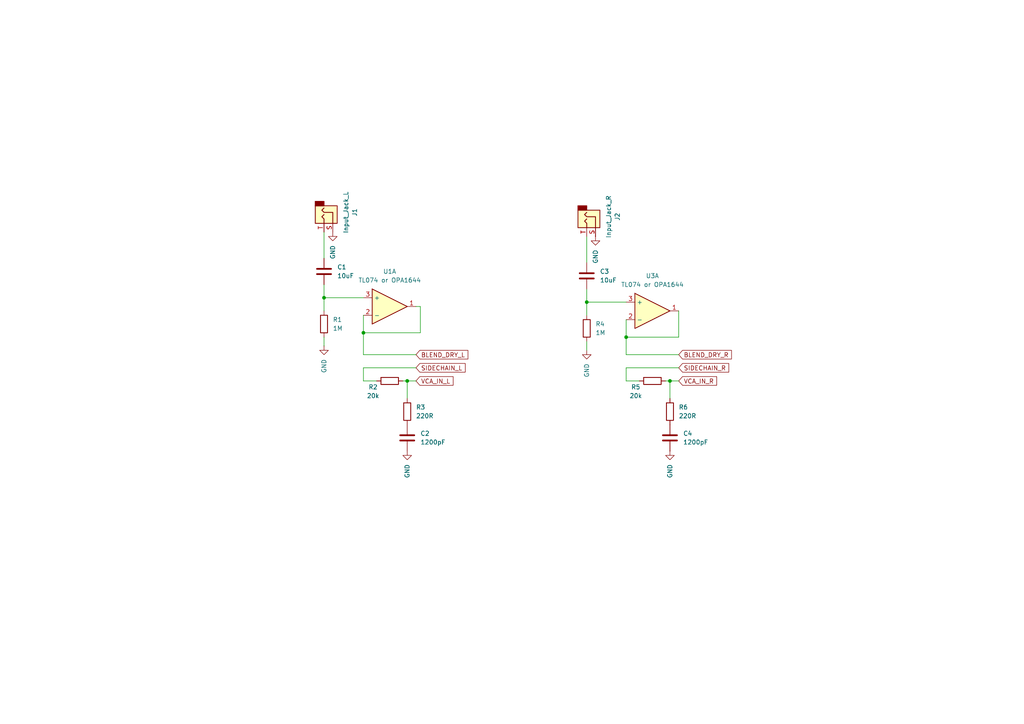
<source format=kicad_sch>
(kicad_sch (version 20250114) (generator "eeschema") (generator_version "9.0")
  (paper "A4")
  (title_block (title "AI-Designed-Stereo-Compressor-Preamp") (comment 1 "Input Buffer and V/I Converter (SSI2164 Input)"))
  (lib_symbols
    (symbol "Connector_Audio:AudioJack2"
      (property "Reference" "J" (at 0 8.89 0))
      (property "Value" "AudioJack2" (at 0 6.35 0))
      (symbol "AudioJack2_0_1"
        (rectangle (start -3.81 0) (end -2.54 -2.54) (stroke (width 0.254)) (fill (type outline)))
        (rectangle (start -2.54 3.81) (end 2.54 -2.54) (stroke (width 0.254)) (fill (type background)))
        (polyline (pts (xy 0 0) (xy 0.635 -0.635) (xy 1.27 0) (xy 2.54 0)) (stroke (width 0.254)))
        (polyline (pts (xy 2.54 2.54) (xy -0.635 2.54) (xy -0.635 0) (xy -1.27 -0.635) (xy -1.905 0)) (stroke (width 0.254)))
      )
      (symbol "AudioJack2_1_1"
        (pin passive line (at 5.08 2.54 180) (length 2.54) (name "~") (number "S"))
        (pin passive line (at 5.08 0 180) (length 2.54) (name "~") (number "T"))
      )
    )
    (symbol "Device:C" (pin_numbers (hide yes)) (pin_names (offset 0.254))
      (property "Reference" "C" (at 0.635 2.54 0))
      (property "Value" "C" (at 0.635 -2.54 0))
      (symbol "C_0_1"
        (polyline (pts (xy -2.032 0.762) (xy 2.032 0.762)) (stroke (width 0.508)))
        (polyline (pts (xy -2.032 -0.762) (xy 2.032 -0.762)) (stroke (width 0.508)))
      )
      (symbol "C_1_1"
        (pin passive line (at 0 3.81 270) (length 2.794) (name "~") (number "1"))
        (pin passive line (at 0 -3.81 90) (length 2.794) (name "~") (number "2"))
      )
    )
    (symbol "Device:Opamp_Quad"
      (property "Reference" "U" (at 0 5.08 0))
      (property "Value" "Opamp_Quad" (at 0 -5.08 0))
      (symbol "Opamp_Quad_1_1"
        (polyline (pts (xy -5.08 5.08) (xy 5.08 0) (xy -5.08 -5.08) (xy -5.08 5.08)) (stroke (width 0.254)) (fill (type background)))
        (pin input line (at -7.62 2.54 0) (length 2.54) (name "+") (number "3"))
        (pin input line (at -7.62 -2.54 0) (length 2.54) (name "-") (number "2"))
        (pin output line (at 7.62 0 180) (length 2.54) (name "~") (number "1"))
      )
      (symbol "Opamp_Quad_2_1"
        (polyline (pts (xy -5.08 5.08) (xy 5.08 0) (xy -5.08 -5.08) (xy -5.08 5.08)) (stroke (width 0.254)) (fill (type background)))
        (pin input line (at -7.62 2.54 0) (length 2.54) (name "+") (number "5"))
        (pin input line (at -7.62 -2.54 0) (length 2.54) (name "-") (number "6"))
        (pin output line (at 7.62 0 180) (length 2.54) (name "~") (number "7"))
      )
      (symbol "Opamp_Quad_3_1"
        (polyline (pts (xy -5.08 5.08) (xy 5.08 0) (xy -5.08 -5.08) (xy -5.08 5.08)) (stroke (width 0.254)) (fill (type background)))
        (pin input line (at -7.62 2.54 0) (length 2.54) (name "+") (number "10"))
        (pin input line (at -7.62 -2.54 0) (length 2.54) (name "-") (number "9"))
        (pin output line (at 7.62 0 180) (length 2.54) (name "~") (number "8"))
      )
      (symbol "Opamp_Quad_4_1"
        (polyline (pts (xy -5.08 5.08) (xy 5.08 0) (xy -5.08 -5.08) (xy -5.08 5.08)) (stroke (width 0.254)) (fill (type background)))
        (pin input line (at -7.62 2.54 0) (length 2.54) (name "+") (number "12"))
        (pin input line (at -7.62 -2.54 0) (length 2.54) (name "-") (number "13"))
        (pin output line (at 7.62 0 180) (length 2.54) (name "~") (number "14"))
      )
      (symbol "Opamp_Quad_5_1"
        (pin power_in line (at -2.54 7.62 270) (length 3.81) (name "V+") (number "4"))
        (pin power_in line (at -2.54 -7.62 90) (length 3.81) (name "V-") (number "11"))
      )
    )
    (symbol "Device:R" (pin_numbers (hide yes)) (pin_names (offset 0))
      (property "Reference" "R" (at 2.032 0 90))
      (property "Value" "R" (at 0 0 90))
      (symbol "R_0_1"
        (rectangle (start -1.016 -2.54) (end 1.016 2.54) (stroke (width 0.254)))
      )
      (symbol "R_1_1"
        (pin passive line (at 0 3.81 270) (length 1.27) (name "~") (number "1"))
        (pin passive line (at 0 -3.81 90) (length 1.27) (name "~") (number "2"))
      )
    )
    (symbol "power:GND" (power) (pin_numbers (hide yes)) (pin_names (offset 0) (hide yes))
      (property "Value" "GND" (at 0 -3.81 0))
      (symbol "GND_0_1"
        (polyline (pts (xy 0 0) (xy 0 -1.27) (xy 1.27 -1.27) (xy 0 -2.54) (xy -1.27 -1.27) (xy 0 -1.27)))
      )
      (symbol "GND_1_1"
        (pin power_in line (at 0 0 270) (length 0) (name "~") (number "1"))
      )
    )
  )
  (junction (at 194.31 110.49))
  (junction (at 93.98 86.36))
  (junction (at 170.18 87.63))
  (junction (at 181.61 97.79))
  (junction (at 118.11 110.49))
  (junction (at 105.41 96.52))
  (wire (pts (xy 93.98 86.36) (xy 105.41 86.36)))
  (wire (pts (xy 181.61 106.68) (xy 196.85 106.68)))
  (wire (pts (xy 105.41 102.87) (xy 120.65 102.87)))
  (wire (pts (xy 181.61 110.49) (xy 185.42 110.49)))
  (wire (pts (xy 105.41 110.49) (xy 109.22 110.49)))
  (wire (pts (xy 170.18 68.58) (xy 170.18 76.2)))
  (wire (pts (xy 120.65 88.9) (xy 121.92 88.9)))
  (wire (pts (xy 93.98 86.36) (xy 93.98 90.17)))
  (wire (pts (xy 181.61 97.79) (xy 181.61 102.87)))
  (wire (pts (xy 170.18 87.63) (xy 170.18 91.44)))
  (wire (pts (xy 181.61 92.71) (xy 181.61 97.79)))
  (wire (pts (xy 194.31 110.49) (xy 194.31 115.57)))
  (wire (pts (xy 194.31 110.49) (xy 196.85 110.49)))
  (wire (pts (xy 181.61 106.68) (xy 181.61 110.49)))
  (wire (pts (xy 118.11 110.49) (xy 120.65 110.49)))
  (wire (pts (xy 93.98 67.31) (xy 93.98 74.93)))
  (wire (pts (xy 93.98 97.79) (xy 93.98 100.33)))
  (wire (pts (xy 170.18 87.63) (xy 181.61 87.63)))
  (wire (pts (xy 170.18 99.06) (xy 170.18 101.6)))
  (wire (pts (xy 121.92 96.52) (xy 105.41 96.52)))
  (wire (pts (xy 196.85 97.79) (xy 181.61 97.79)))
  (wire (pts (xy 121.92 88.9) (xy 121.92 96.52)))
  (wire (pts (xy 105.41 91.44) (xy 105.41 96.52)))
  (wire (pts (xy 105.41 106.68) (xy 120.65 106.68)))
  (wire (pts (xy 105.41 96.52) (xy 105.41 102.87)))
  (wire (pts (xy 118.11 110.49) (xy 118.11 115.57)))
  (wire (pts (xy 105.41 106.68) (xy 105.41 110.49)))
  (wire (pts (xy 181.61 102.87) (xy 196.85 102.87)))
  (wire (pts (xy 170.18 83.82) (xy 170.18 87.63)))
  (wire (pts (xy 93.98 82.55) (xy 93.98 86.36)))
  (wire (pts (xy 116.84 110.49) (xy 118.11 110.49)))
  (wire (pts (xy 196.85 90.17) (xy 196.85 97.79)))
  (wire (pts (xy 193.04 110.49) (xy 194.31 110.49)))
  (global_label "SIDECHAIN_R" (shape input) (at 196.85 106.68 0) (property "Intersheetrefs" "${INTERSHEET_REFS}" (effects (hide yes))))
  (global_label "BLEND_DRY_L" (shape input) (at 120.65 102.87 0) (property "Intersheetrefs" "${INTERSHEET_REFS}" (effects (hide yes))))
  (global_label "VCA_IN_R" (shape input) (at 196.85 110.49 0) (property "Intersheetrefs" "${INTERSHEET_REFS}" (effects (hide yes))))
  (global_label "BLEND_DRY_R" (shape input) (at 196.85 102.87 0) (property "Intersheetrefs" "${INTERSHEET_REFS}" (effects (hide yes))))
  (global_label "SIDECHAIN_L" (shape input) (at 120.65 106.68 0) (property "Intersheetrefs" "${INTERSHEET_REFS}" (effects (hide yes))))
  (global_label "VCA_IN_L" (shape input) (at 120.65 110.49 0) (property "Intersheetrefs" "${INTERSHEET_REFS}" (effects (hide yes))))
  (symbol (lib_id "Device:R") (at 113.03 110.49 90) (unit 1)
    (property "Reference" "R2" (at 108.204 112.268 90))
    (property "Value" "20k" (at 108.204 114.808 90))
    (property "Footprint" "Resistor_THT:R_Axial_DIN0207_L6.3mm_D2.5mm_P2.54mm_Vertical" (effects (hide yes)))
    (property "Description" "Resistor" (effects (hide yes)))
  )
  (symbol (lib_id "Connector_Audio:AudioJack2") (at 93.98 62.23 270) (unit 1)
    (property "Reference" "J1" (at 102.87 61.595 0))
    (property "Value" "Input_Jack_L" (at 100.33 61.595 0))
    (property "Footprint" "Connector_PinHeader_2.54mm:PinHeader_1x02_P2.54mm_Vertical" (effects (hide yes)))
    (property "Description" "Audio Jack, 2 Poles (Mono / TS)" (effects (hide yes)))
  )
  (symbol (lib_id "Device:R") (at 189.23 110.49 90) (unit 1)
    (property "Reference" "R5" (at 184.404 112.268 90))
    (property "Value" "20k" (at 184.404 114.808 90))
    (property "Footprint" "Resistor_THT:R_Axial_DIN0207_L6.3mm_D2.5mm_P2.54mm_Vertical" (effects (hide yes)))
    (property "Description" "Resistor" (effects (hide yes)))
  )
  (symbol (lib_id "power:GND") (at 118.11 130.81 0) (unit 1)
    (property "Reference" "#PWR03" (effects (hide yes)))
    (property "Value" "GND" (at 118.1101 134.62 90) (effects (justify right)))
    (property "Description" "Power symbol creates a global label with name \"GND\" , ground" (effects (hide yes)))
  )
  (symbol (lib_id "Connector_Audio:AudioJack2") (at 170.18 63.5 270) (unit 1)
    (property "Reference" "J2" (at 179.07 62.865 0))
    (property "Value" "Input_Jack_R" (at 176.53 62.865 0))
    (property "Footprint" "Connector_PinHeader_2.54mm:PinHeader_1x02_P2.54mm_Vertical" (effects (hide yes)))
    (property "Description" "Audio Jack, 2 Poles (Mono / TS)" (effects (hide yes)))
  )
  (symbol (lib_id "power:GND") (at 194.31 130.81 0) (unit 1)
    (property "Reference" "#PWR06" (effects (hide yes)))
    (property "Value" "GND" (at 194.3101 134.62 90) (effects (justify right)))
    (property "Description" "Power symbol creates a global label with name \"GND\" , ground" (effects (hide yes)))
  )
  (symbol (lib_id "Device:C") (at 170.18 80.01 0) (unit 1)
    (property "Reference" "C3" (at 173.99 78.7399 0) (effects (justify left)))
    (property "Value" "10uF" (at 173.99 81.2799 0) (effects (justify left)))
    (property "Footprint" "Capacitor_THT:C_Radial_D8.0mm_H7.0mm_P3.50mm" (effects (hide yes)))
    (property "Description" "non polar electrolytic capacitor / MUSE ES" (effects (hide yes)))
  )
  (symbol (lib_id "Device:C") (at 118.11 127 0) (unit 1)
    (property "Reference" "C2" (at 121.92 125.7299 0) (effects (justify left)))
    (property "Value" "1200pF" (at 121.92 128.2699 0) (effects (justify left)))
    (property "Footprint" "Capacitor_THT:C_Rect_L7.2mm_W2.5mm_P5.00mm_FKS2_FKP2_MKS2_MKP2" (effects (hide yes)))
    (property "Description" "WIMA FKP2" (effects (hide yes)))
  )
  (symbol (lib_id "Device:R") (at 194.31 119.38 0) (unit 1)
    (property "Reference" "R6" (at 196.85 118.1099 0) (effects (justify left)))
    (property "Value" "220R" (at 196.85 120.6499 0) (effects (justify left)))
    (property "Footprint" "Resistor_THT:R_Axial_DIN0207_L6.3mm_D2.5mm_P2.54mm_Vertical" (effects (hide yes)))
    (property "Description" "Resistor" (effects (hide yes)))
  )
  (symbol (lib_id "Device:C") (at 93.98 78.74 0) (unit 1)
    (property "Reference" "C1" (at 97.79 77.4699 0) (effects (justify left)))
    (property "Value" "10uF" (at 97.79 80.0099 0) (effects (justify left)))
    (property "Footprint" "Capacitor_THT:C_Radial_D8.0mm_H7.0mm_P3.50mm" (effects (hide yes)))
    (property "Description" "non polar electrolytic capacitor / MUSE ES" (effects (hide yes)))
  )
  (symbol (lib_id "Device:Opamp_Quad") (at 189.23 90.17 0) (unit 1)
    (property "Reference" "U3" (at 189.23 80.01 0))
    (property "Value" "TL074 or OPA1644" (at 189.23 82.55 0))
    (property "Footprint" "Package_DIP:DIP-14_W7.62mm" (effects (hide yes)))
    (property "Description" "Quad operational amplifier" (effects (hide yes)))
    (property "Sim.Library" "${KICAD9_SYMBOL_DIR}/Simulation_SPICE.sp" (effects (hide yes)))
    (property "Sim.Name" "kicad_builtin_opamp_quad" (effects (hide yes)))
    (property "Sim.Device" "SUBCKT" (effects (hide yes)))
    (property "Sim.Pins" "1=out1 2=in1- 3=in1+ 4=vcc 5=in2+ 6=in2- 7=out2 8=out3 9=in3- 10=in3+ 11=vee 12=in4+ 13=in4- 14=out4" (effects (hide yes)))
  )
  (symbol (lib_id "power:GND") (at 170.18 101.6 0) (unit 1)
    (property "Reference" "#PWR04" (effects (hide yes)))
    (property "Value" "GND" (at 170.1801 105.41 90) (effects (justify right)))
    (property "Description" "Power symbol creates a global label with name \"GND\" , ground" (effects (hide yes)))
  )
  (symbol (lib_id "power:GND") (at 93.98 100.33 0) (unit 1)
    (property "Reference" "#PWR02" (effects (hide yes)))
    (property "Value" "GND" (at 93.9801 104.14 90) (effects (justify right)))
    (property "Description" "Power symbol creates a global label with name \"GND\" , ground" (effects (hide yes)))
  )
  (symbol (lib_id "Device:R") (at 118.11 119.38 0) (unit 1)
    (property "Reference" "R3" (at 120.65 118.1099 0) (effects (justify left)))
    (property "Value" "220R" (at 120.65 120.6499 0) (effects (justify left)))
    (property "Footprint" "Resistor_THT:R_Axial_DIN0207_L6.3mm_D2.5mm_P2.54mm_Vertical" (effects (hide yes)))
    (property "Description" "Resistor" (effects (hide yes)))
  )
  (symbol (lib_id "power:GND") (at 96.52 67.31 0) (unit 1)
    (property "Reference" "#PWR01" (effects (hide yes)))
    (property "Value" "GND" (at 96.5201 71.12 90) (effects (justify right)))
    (property "Description" "Power symbol creates a global label with name \"GND\" , ground" (effects (hide yes)))
  )
  (symbol (lib_id "power:GND") (at 172.72 68.58 0) (unit 1)
    (property "Reference" "#PWR05" (effects (hide yes)))
    (property "Value" "GND" (at 172.7201 72.39 90) (effects (justify right)))
    (property "Description" "Power symbol creates a global label with name \"GND\" , ground" (effects (hide yes)))
  )
  (symbol (lib_id "Device:Opamp_Quad") (at 113.03 88.9 0) (unit 1)
    (property "Reference" "U1" (at 113.03 78.74 0))
    (property "Value" "TL074 or OPA1644" (at 113.03 81.28 0))
    (property "Footprint" "Package_DIP:DIP-14_W7.62mm_Socket" (effects (hide yes)))
    (property "Description" "Quad operational amplifier" (effects (hide yes)))
    (property "Sim.Library" "${KICAD9_SYMBOL_DIR}/Simulation_SPICE.sp" (effects (hide yes)))
    (property "Sim.Name" "kicad_builtin_opamp_quad" (effects (hide yes)))
    (property "Sim.Device" "SUBCKT" (effects (hide yes)))
    (property "Sim.Pins" "1=out1 2=in1- 3=in1+ 4=vcc 5=in2+ 6=in2- 7=out2 8=out3 9=in3- 10=in3+ 11=vee 12=in4+ 13=in4- 14=out4" (effects (hide yes)))
  )
  (symbol (lib_id "Device:C") (at 194.31 127 0) (unit 1)
    (property "Reference" "C4" (at 198.12 125.7299 0) (effects (justify left)))
    (property "Value" "1200pF" (at 198.12 128.2699 0) (effects (justify left)))
    (property "Footprint" "Capacitor_THT:C_Rect_L7.2mm_W2.5mm_P5.00mm_FKS2_FKP2_MKS2_MKP2" (effects (hide yes)))
    (property "Description" "WIMA FKP2" (effects (hide yes)))
  )
  (symbol (lib_id "Device:R") (at 93.98 93.98 0) (unit 1)
    (property "Reference" "R1" (at 96.52 92.7099 0) (effects (justify left)))
    (property "Value" "1M" (at 96.52 95.2499 0) (effects (justify left)))
    (property "Footprint" "Resistor_THT:R_Axial_DIN0207_L6.3mm_D2.5mm_P2.54mm_Vertical" (effects (hide yes)))
    (property "Description" "Resistor" (effects (hide yes)))
  )
  (symbol (lib_id "Device:R") (at 170.18 95.25 0) (unit 1)
    (property "Reference" "R4" (at 172.72 93.9799 0) (effects (justify left)))
    (property "Value" "1M" (at 172.72 96.5199 0) (effects (justify left)))
    (property "Footprint" "Resistor_THT:R_Axial_DIN0207_L6.3mm_D2.5mm_P2.54mm_Vertical" (effects (hide yes)))
    (property "Description" "Resistor" (effects (hide yes)))
  )
)
</source>
